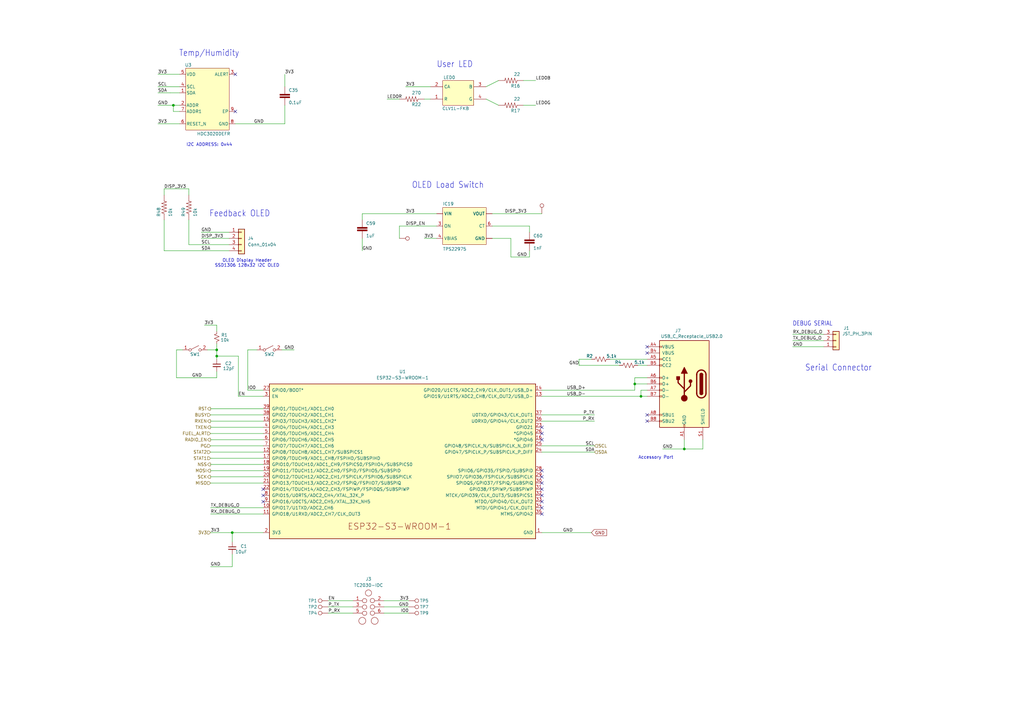
<source format=kicad_sch>
(kicad_sch (version 20250114) (generator "eeschema") (generator_version "9.0")
  (paper "A3")
  (title_block (title "Loriques") (date "2025-07-11") (rev "A"))
  (lib_symbols
    (symbol "Connector:TestPoint" (pin_numbers (hide yes)) (pin_names (offset 0.762) (hide yes))
      (property "Reference" "TP" (at 0 6.858 0))
      (property "Value" "TestPoint" (at 0 5.08 0))
      (symbol "TestPoint_0_1"
        (circle (center 0 3.302) (radius 0.762))
      )
      (symbol "TestPoint_1_1"
        (pin passive line (at 0 0 90) (length 2.54) (name "1") (number "1"))
      )
    )
    (symbol "Connector_Generic:Conn_01x03" (pin_names (offset 1.016) (hide yes))
      (property "Reference" "J" (at 0 5.08 0))
      (property "Value" "Conn_01x03" (at 0 -5.08 0))
      (symbol "Conn_01x03_1_1"
        (rectangle (start -1.27 3.81) (end 1.27 -3.81) (stroke (width 0.254)) (fill (type background)))
        (rectangle (start -1.27 2.667) (end 0 2.413) (stroke (width 0.1524)))
        (rectangle (start -1.27 0.127) (end 0 -0.127) (stroke (width 0.1524)))
        (rectangle (start -1.27 -2.413) (end 0 -2.667) (stroke (width 0.1524)))
        (pin passive line (at -5.08 2.54 0) (length 3.81) (name "Pin_1") (number "1"))
        (pin passive line (at -5.08 0 0) (length 3.81) (name "Pin_2") (number "2"))
        (pin passive line (at -5.08 -2.54 0) (length 3.81) (name "Pin_3") (number "3"))
      )
    )
    (symbol "Connector_Generic:Conn_01x04" (pin_names (offset 1.016) (hide yes))
      (property "Reference" "J" (at 0 5.08 0))
      (property "Value" "Conn_01x04" (at 0 -7.62 0))
      (symbol "Conn_01x04_1_1"
        (rectangle (start -1.27 3.81) (end 1.27 -6.35) (stroke (width 0.254)) (fill (type background)))
        (rectangle (start -1.27 2.667) (end 0 2.413) (stroke (width 0.1524)))
        (rectangle (start -1.27 0.127) (end 0 -0.127) (stroke (width 0.1524)))
        (rectangle (start -1.27 -2.413) (end 0 -2.667) (stroke (width 0.1524)))
        (rectangle (start -1.27 -4.953) (end 0 -5.207) (stroke (width 0.1524)))
        (pin passive line (at -5.08 2.54 0) (length 3.81) (name "Pin_1") (number "1"))
        (pin passive line (at -5.08 0 0) (length 3.81) (name "Pin_2") (number "2"))
        (pin passive line (at -5.08 -2.54 0) (length 3.81) (name "Pin_3") (number "3"))
        (pin passive line (at -5.08 -5.08 0) (length 3.81) (name "Pin_4") (number "4"))
      )
    )
    (symbol "Device:C_Small" (pin_numbers (hide yes)) (pin_names (offset 0.254) (hide yes))
      (property "Reference" "C" (at 0.254 1.778 0))
      (property "Value" "C_Small" (at 0.254 -2.032 0))
      (symbol "C_Small_0_1"
        (polyline (pts (xy -1.524 0.508) (xy 1.524 0.508)) (stroke (width 0.3048)))
        (polyline (pts (xy -1.524 -0.508) (xy 1.524 -0.508)) (stroke (width 0.3302)))
      )
      (symbol "C_Small_1_1"
        (pin passive line (at 0 2.54 270) (length 2.032) (name "~") (number "1"))
        (pin passive line (at 0 -2.54 90) (length 2.032) (name "~") (number "2"))
      )
    )
    (symbol "Device:R_Small_US" (pin_numbers (hide yes)) (pin_names (offset 0.254) (hide yes))
      (property "Reference" "R" (at 0.762 0.508 0))
      (property "Value" "R_Small_US" (at 0.762 -1.016 0))
      (symbol "R_Small_US_1_1"
        (polyline (pts (xy 0 1.524) (xy 1.016 1.143) (xy 0 0.762) (xy -1.016 0.381) (xy 0 0)))
        (polyline (pts (xy 0 0) (xy 1.016 -0.381) (xy 0 -0.762) (xy -1.016 -1.143) (xy 0 -1.524)))
        (pin passive line (at 0 2.54 270) (length 1.016) (name "~") (number "1"))
        (pin passive line (at 0 -2.54 90) (length 1.016) (name "~") (number "2"))
      )
    )
    (symbol "Device:R_US" (pin_numbers (hide yes)) (pin_names (offset 0))
      (property "Reference" "R" (at 2.54 0 90))
      (property "Value" "R_US" (at -2.54 0 90))
      (symbol "R_US_0_1"
        (polyline (pts (xy 0 2.286) (xy 0 2.54)))
        (polyline (pts (xy 0 2.286) (xy 1.016 1.905) (xy 0 1.524) (xy -1.016 1.143) (xy 0 0.762)))
        (polyline (pts (xy 0 0.762) (xy 1.016 0.381) (xy 0 0) (xy -1.016 -0.381) (xy 0 -0.762)))
        (polyline (pts (xy 0 -0.762) (xy 1.016 -1.143) (xy 0 -1.524) (xy -1.016 -1.905) (xy 0 -2.286)))
        (polyline (pts (xy 0 -2.286) (xy 0 -2.54)))
      )
      (symbol "R_US_1_1"
        (pin passive line (at 0 3.81 270) (length 1.27) (name "~") (number "1"))
        (pin passive line (at 0 -3.81 90) (length 1.27) (name "~") (number "2"))
      )
    )
    (symbol "Loriques:CAP0402"
      (property "Reference" "C" (at 1.524 2.921 0))
      (symbol "CAP0402_1_0"
        (rectangle (start -2.032 1.524) (end 2.032 2.032) (fill (type outline)))
        (rectangle (start -2.032 0.508) (end 2.032 1.016) (fill (type outline)))
        (polyline (pts (xy 0 2.54) (xy 0 2.032)) (stroke (width 0.1524)))
        (polyline (pts (xy 0 0) (xy 0 0.508)) (stroke (width 0.1524)))
        (pin passive line (at 0 5.08 270) (length 2.54) (name "1") (number "1"))
        (pin passive line (at 0 -2.54 90) (length 2.54) (name "2") (number "2"))
      )
    )
    (symbol "Loriques:CLV1L-FKB"
      (property "Reference" "LED" (at -5.334 5.588 0))
      (symbol "CLV1L-FKB_1_0"
        (pin bidirectional line (at -10.16 2.54 0) (length 5.08) (name "CA") (number "2"))
        (pin bidirectional line (at -10.16 -2.54 0) (length 5.08) (name "R") (number "1"))
        (pin bidirectional line (at 12.7 2.54 180) (length 5.08) (name "B") (number "3"))
        (pin bidirectional line (at 12.7 -2.54 180) (length 5.08) (name "G") (number "4"))
      )
      (symbol "CLV1L-FKB_1_1"
        (rectangle (start -5.08 5.08) (end 7.62 -5.08) (fill (type background)))
      )
    )
    (symbol "Loriques:HDC3020DEFR" (pin_names (offset 0.254))
      (property "Reference" "U" (at -8.255 14.224 0))
      (property "Value" "HDC3020DEFR" (at 8.89 -14.224 0))
      (symbol "HDC3020DEFR_0_1"
        (pin power_in line (at -11.43 10.16 0) (length 2.54) (name "VDD") (number "5"))
        (pin input line (at -11.43 5.08 0) (length 2.54) (name "SCL") (number "4"))
        (pin bidirectional line (at -11.43 2.54 0) (length 2.54) (name "SDA") (number "1"))
        (pin input line (at -11.43 -2.54 0) (length 2.54) (name "ADDR") (number "2"))
        (pin input line (at -11.43 -5.08 0) (length 2.54) (name "ADDR1") (number "7"))
        (pin input line (at -11.43 -10.16 0) (length 2.54) (name "RESET_N") (number "6"))
        (pin input line (at 11.43 10.16 180) (length 2.54) (name "ALERT") (number "3"))
        (pin unspecified line (at 11.43 -5.08 180) (length 2.54) (name "EP") (number "9"))
        (pin power_in line (at 11.43 -10.16 180) (length 2.54) (name "GND") (number "8"))
      )
      (symbol "HDC3020DEFR_1_1"
        (rectangle (start -8.89 12.7) (end 8.89 -12.7) (fill (type background)))
      )
    )
    (symbol "Loriques:RESISTOR0402-RES"
      (property "Reference" "R" (at -3.81 1.4986 0))
      (symbol "RESISTOR0402-RES_1_0"
        (polyline (pts (xy -2.54 0) (xy -2.159 1.016)) (stroke (width 0.1524)))
        (polyline (pts (xy -2.159 1.016) (xy -1.524 -1.016)) (stroke (width 0.1524)))
        (polyline (pts (xy -1.524 -1.016) (xy -0.889 1.016)) (stroke (width 0.1524)))
        (polyline (pts (xy -0.889 1.016) (xy -0.254 -1.016)) (stroke (width 0.1524)))
        (polyline (pts (xy -0.254 -1.016) (xy 0.381 1.016)) (stroke (width 0.1524)))
        (polyline (pts (xy 0.381 1.016) (xy 1.016 -1.016)) (stroke (width 0.1524)))
        (polyline (pts (xy 1.016 -1.016) (xy 1.651 1.016)) (stroke (width 0.1524)))
        (polyline (pts (xy 1.651 1.016) (xy 2.286 -1.016)) (stroke (width 0.1524)))
        (polyline (pts (xy 2.286 -1.016) (xy 2.54 0)) (stroke (width 0.1524)))
        (pin passive line (at -5.08 0 0) (length 2.54) (name "1") (number "1"))
        (pin passive line (at 5.08 0 180) (length 2.54) (name "2") (number "2"))
      )
    )
    (symbol "Loriques:TPS22975"
      (property "Reference" "IC" (at -7.62 8.382 0))
      (symbol "TPS22975_1_0"
        (pin bidirectional line (at -10.16 5.08 0) (length 2.54) (name "VIN") (number "1"))
        (pin bidirectional line (at -10.16 5.08 0) (length 2.54) (name "VIN") (number "2"))
        (pin bidirectional line (at -10.16 0 0) (length 2.54) (name "ON") (number "3"))
        (pin bidirectional line (at -10.16 -5.08 0) (length 2.54) (name "VBIAS") (number "4"))
        (pin bidirectional line (at 12.7 5.08 180) (length 2.54) (name "VOUT") (number "7"))
        (pin bidirectional line (at 12.7 5.08 180) (length 2.54) (name "VOUT") (number "8"))
        (pin bidirectional line (at 12.7 0 180) (length 2.54) (name "CT") (number "6"))
        (pin bidirectional line (at 12.7 -5.08 180) (length 2.54) (name "GND") (number "5"))
        (pin bidirectional line (at 12.7 -5.08 180) (length 2.54) (name "GND") (number "PP"))
      )
      (symbol "TPS22975_1_1"
        (rectangle (start -7.62 7.62) (end 10.16 -7.62) (fill (type background)))
      )
    )
    (symbol "Switch:SW_SPST" (pin_names (offset 0) (hide yes))
      (property "Reference" "SW" (at 0 3.175 0))
      (property "Value" "SW_SPST" (at 0 -2.54 0))
      (symbol "SW_SPST_0_0"
        (circle (center -2.032 0) (radius 0.508))
        (polyline (pts (xy -1.524 0.254) (xy 1.524 1.778)))
        (circle (center 2.032 0) (radius 0.508))
      )
      (symbol "SW_SPST_1_1"
        (pin passive line (at -5.08 0 0) (length 2.54) (name "A") (number "1"))
        (pin passive line (at 5.08 0 180) (length 2.54) (name "B") (number "2"))
      )
    )
    (symbol "bitaxe:ESP32-S3-WROOM-1" (pin_names (offset 1.016))
      (property "Reference" "U12" (at -50.8 34.925 0))
      (property "Value" "ESP32-S3-WROOM-1" (at 45.72 34.925 0))
      (symbol "ESP32-S3-WROOM-1_0_0"
        (rectangle (start -53.34 33.02) (end 55.88 -30.48) (stroke (width 0.254)) (fill (type background)))
        (text "ESP32-S3-WROOM-1" (at 0 -25.4 0) (effects (font (size 2.54 2.54))))
        (pin bidirectional line (at -55.88 30.48 0) (length 2.54) (name "GPIO0/BOOT*") (number "27"))
        (pin input line (at -55.88 27.94 0) (length 2.54) (name "EN") (number "3"))
        (pin bidirectional line (at -55.88 22.86 0) (length 2.54) (name "GPIO1/TOUCH1/ADC1_CH0") (number "39"))
        (pin bidirectional line (at -55.88 20.32 0) (length 2.54) (name "GPIO2/TOUCH2/ADC1_CH1") (number "38"))
        (pin bidirectional line (at -55.88 17.78 0) (length 2.54) (name "GPIO3/TOUCH3/ADC1_CH2*") (number "15"))
        (pin bidirectional line (at -55.88 15.24 0) (length 2.54) (name "GPIO4/TOUCH4/ADC1_CH3") (number "4"))
        (pin bidirectional line (at -55.88 12.7 0) (length 2.54) (name "GPIO5/TOUCH5/ADC1_CH4") (number "5"))
        (pin bidirectional line (at -55.88 10.16 0) (length 2.54) (name "GPIO6/TOUCH6/ADC1_CH5") (number "6"))
        (pin bidirectional line (at -55.88 7.62 0) (length 2.54) (name "GPIO7/TOUCH7/ADC1_CH6") (number "7"))
        (pin bidirectional line (at -55.88 5.08 0) (length 2.54) (name "GPIO8/TOUCH8/ADC1_CH7/SUBSPICS1") (number "12"))
        (pin bidirectional line (at -55.88 2.54 0) (length 2.54) (name "GPIO9/TOUCH9/ADC1_CH8/FSPIHD/SUBSPIHD") (number "17"))
        (pin bidirectional line (at -55.88 0 0) (length 2.54) (name "GPIO10/TOUCH10/ADC1_CH9/FSPICS0/FSPIIO4/SUBSPICS0") (number "18"))
        (pin bidirectional line (at -55.88 -2.54 0) (length 2.54) (name "GPIO11/TOUCH11/ADC2_CH0/FSPID/FSPIIO5/SUBSPID") (number "19"))
        (pin bidirectional line (at -55.88 -5.08 0) (length 2.54) (name "GPIO12/TOUCH12/ADC2_CH1/FSPICLK/FSPIIO6/SUBSPICLK") (number "20"))
        (pin bidirectional line (at -55.88 -7.62 0) (length 2.54) (name "GPIO13/TOUCH13/ADC2_CH2/FSPIQ/FSPIIO7/SUBSPIQ") (number "21"))
        (pin bidirectional line (at -55.88 -10.16 0) (length 2.54) (name "GPIO14/TOUCH14/ADC2_CH3/FSPIWP/FSPIDQS/SUBSPIWP") (number "22"))
        (pin bidirectional line (at -55.88 -12.7 0) (length 2.54) (name "GPIO15/U0RTS/ADC2_CH4/XTAL_32K_P") (number "8"))
        (pin bidirectional line (at -55.88 -15.24 0) (length 2.54) (name "GPIO16/U0CTS/ADC2_CH5/XTAL_32K_NH5") (number "9"))
        (pin bidirectional line (at -55.88 -17.78 0) (length 2.54) (name "GPIO17/U1TXD/ADC2_CH6") (number "10"))
        (pin bidirectional line (at -55.88 -20.32 0) (length 2.54) (name "GPIO18/U1RXD/ADC2_CH7/CLK_OUT3") (number "11"))
        (pin power_in line (at -55.88 -27.94 0) (length 2.54) (name "3V3") (number "2"))
        (pin bidirectional line (at 58.42 30.48 180) (length 2.54) (name "GPIO20/U1CTS/ADC2_CH9/CLK_OUT1/USB_D+") (number "14"))
        (pin bidirectional line (at 58.42 27.94 180) (length 2.54) (name "GPIO19/U1RTS/ADC2_CH8/CLK_OUT2/USB_D-") (number "13"))
        (pin bidirectional line (at 58.42 20.32 180) (length 2.54) (name "U0TXD/GPIO43/CLK_OUT1") (number "37"))
        (pin bidirectional line (at 58.42 17.78 180) (length 2.54) (name "U0RXD/GPIO44/CLK_OUT2") (number "36"))
        (pin bidirectional line (at 58.42 15.24 180) (length 2.54) (name "GPIO21") (number "23"))
        (pin bidirectional line (at 58.42 12.7 180) (length 2.54) (name "*GPIO45") (number "26"))
        (pin bidirectional line (at 58.42 10.16 180) (length 2.54) (name "*GPIO46") (number "16"))
        (pin bidirectional line (at 58.42 7.62 180) (length 2.54) (name "GPIO48/SPICLK_N/SUBSPICLK_N_DIFF") (number "25"))
        (pin bidirectional line (at 58.42 5.08 180) (length 2.54) (name "GPIO47/SPICLK_P/SUBSPICLK_P_DIFF") (number "24"))
        (pin bidirectional line (at 58.42 -2.54 180) (length 2.54) (name "SPIIO6/GPIO35/FSPID/SUBSPID") (number "28"))
        (pin bidirectional line (at 58.42 -5.08 180) (length 2.54) (name "SPIIO7/GPIO36/FSPICLK/SUBSPICLK") (number "29"))
        (pin bidirectional line (at 58.42 -7.62 180) (length 2.54) (name "SPIDQS/GPIO37/FSPIQ/SUBSPIQ") (number "30"))
        (pin bidirectional line (at 58.42 -10.16 180) (length 2.54) (name "GPIO38/FSPIWP/SUBSPIWP") (number "31"))
        (pin bidirectional line (at 58.42 -12.7 180) (length 2.54) (name "MTCK/GPIO39/CLK_OUT3/SUBSPICS1") (number "32"))
        (pin bidirectional line (at 58.42 -15.24 180) (length 2.54) (name "MTDO/GPIO40/CLK_OUT2") (number "33"))
        (pin bidirectional line (at 58.42 -17.78 180) (length 2.54) (name "MTDI/GPIO41/CLK_OUT1") (number "34"))
        (pin bidirectional line (at 58.42 -20.32 180) (length 2.54) (name "MTMS/GPIO42") (number "35"))
        (pin power_in line (at 58.42 -27.94 180) (length 2.54) (name "GND") (number "1"))
        (pin passive line (at 58.42 -27.94 180) (length 2.54) (hide yes) (name "GND") (number "40"))
        (pin passive line (at 58.42 -27.94 180) (length 2.54) (hide yes) (name "GND") (number "41"))
      )
    )
    (symbol "bitaxe:TC2030-IDC-NL" (pin_names (offset 1.016) (hide yes))
      (property "Reference" "J5" (at 0 12.7 0))
      (property "Value" "TC2030-IDC" (at 0 10.16 0))
      (symbol "TC2030-IDC-NL_0_1"
        (circle (center -2.54 -5.715) (radius 1.4224))
        (circle (center -1.6002 2.54) (radius 0.889))
        (circle (center 0 5.715) (radius 1.27))
      )
      (symbol "TC2030-IDC-NL_1_1"
        (circle (center -1.6002 -0.0508) (radius 0.889))
        (circle (center -1.6002 -2.5908) (radius 0.889))
        (circle (center 1.6002 2.5908) (radius 0.889))
        (circle (center 1.6002 0) (radius 0.889))
        (circle (center 1.6002 -2.54) (radius 0.889))
        (circle (center 2.54 -5.715) (radius 1.4224))
        (pin passive line (at -6.35 2.54 0) (length 3.81) (name "Pin_1") (number "1"))
        (pin passive line (at -6.35 0 0) (length 3.81) (name "Pin_3") (number "3"))
        (pin passive line (at -6.35 -2.54 0) (length 3.81) (name "Pin_5") (number "5"))
        (pin passive line (at 6.35 2.54 180) (length 3.81) (name "Pin_2") (number "2"))
        (pin passive line (at 6.35 0 180) (length 3.81) (name "Pin_4") (number "4"))
        (pin passive line (at 6.35 -2.54 180) (length 3.81) (name "Pin_6") (number "6"))
      )
    )
    (symbol "bitaxe:USB_C_Receptacle_USB2.0" (pin_names (offset 1.016))
      (property "Reference" "J" (at -10.16 19.05 0))
      (property "Value" "USB_C_Receptacle_USB2.0" (at 19.05 19.05 0))
      (symbol "USB_C_Receptacle_USB2.0_0_0"
        (rectangle (start -0.254 -17.78) (end 0.254 -16.764))
        (rectangle (start 10.16 15.494) (end 9.144 14.986))
        (rectangle (start 10.16 10.414) (end 9.144 9.906))
        (rectangle (start 10.16 7.874) (end 9.144 7.366))
        (rectangle (start 10.16 2.794) (end 9.144 2.286))
        (rectangle (start 10.16 0.254) (end 9.144 -0.254))
        (rectangle (start 10.16 -2.286) (end 9.144 -2.794))
        (rectangle (start 10.16 -4.826) (end 9.144 -5.334))
        (rectangle (start 10.16 -12.446) (end 9.144 -12.954))
        (rectangle (start 10.16 -14.986) (end 9.144 -15.494))
      )
      (symbol "USB_C_Receptacle_USB2.0_0_1"
        (rectangle (start -10.16 17.78) (end 10.16 -17.78) (stroke (width 0.254)) (fill (type background)))
        (polyline (pts (xy -8.89 -3.81) (xy -8.89 3.81)) (stroke (width 0.508)))
        (rectangle (start -7.62 -3.81) (end -6.35 3.81) (stroke (width 0.254)) (fill (type outline)))
        (arc (start -7.62 3.81) (mid -6.985 4.4423) (end -6.35 3.81) (stroke (width 0.254)))
        (arc (start -7.62 3.81) (mid -6.985 4.4423) (end -6.35 3.81) (stroke (width 0.254)) (fill (type outline)))
        (arc (start -8.89 3.81) (mid -6.985 5.7067) (end -5.08 3.81) (stroke (width 0.508)))
        (arc (start -5.08 -3.81) (mid -6.985 -5.7067) (end -8.89 -3.81) (stroke (width 0.508)))
        (arc (start -6.35 -3.81) (mid -6.985 -4.4423) (end -7.62 -3.81) (stroke (width 0.254)))
        (arc (start -6.35 -3.81) (mid -6.985 -4.4423) (end -7.62 -3.81) (stroke (width 0.254)) (fill (type outline)))
        (polyline (pts (xy -5.08 3.81) (xy -5.08 -3.81)) (stroke (width 0.508)))
        (circle (center -2.54 1.143) (radius 0.635) (stroke (width 0.254)) (fill (type outline)))
        (polyline (pts (xy -1.27 4.318) (xy 0 6.858) (xy 1.27 4.318) (xy -1.27 4.318)) (stroke (width 0.254)) (fill (type outline)))
        (polyline (pts (xy 0 -2.032) (xy 2.54 0.508) (xy 2.54 1.778)) (stroke (width 0.508)))
        (polyline (pts (xy 0 -3.302) (xy -2.54 -0.762) (xy -2.54 0.508)) (stroke (width 0.508)))
        (polyline (pts (xy 0 -5.842) (xy 0 4.318)) (stroke (width 0.508)))
        (circle (center 0 -5.842) (radius 1.27) (fill (type outline)))
        (rectangle (start 1.905 1.778) (end 3.175 3.048) (stroke (width 0.254)) (fill (type outline)))
      )
      (symbol "USB_C_Receptacle_USB2.0_1_1"
        (pin passive line (at -7.62 -22.86 90) (length 5.08) (name "SHIELD") (number "S1"))
        (pin passive line (at 0 -22.86 90) (length 5.08) (name "GND") (number "A1"))
        (pin passive line (at 0 -22.86 90) (length 5.08) (hide yes) (name "GND") (number "B1"))
        (pin passive line (at 15.24 15.24 180) (length 5.08) (name "VBUS") (number "A4"))
        (pin passive line (at 15.24 12.7 180) (length 5.08) (name "VBUS") (number "B4"))
        (pin bidirectional line (at 15.24 10.16 180) (length 5.08) (name "CC1") (number "A5"))
        (pin bidirectional line (at 15.24 7.62 180) (length 5.08) (name "CC2") (number "B5"))
        (pin bidirectional line (at 15.24 2.54 180) (length 5.08) (name "D+") (number "A6"))
        (pin bidirectional line (at 15.24 0 180) (length 5.08) (name "D+") (number "B6"))
        (pin bidirectional line (at 15.24 -2.54 180) (length 5.08) (name "D-") (number "A7"))
        (pin bidirectional line (at 15.24 -5.08 180) (length 5.08) (name "D-") (number "B7"))
        (pin bidirectional line (at 15.24 -12.7 180) (length 5.08) (name "SBU1") (number "A8"))
        (pin bidirectional line (at 15.24 -15.24 180) (length 5.08) (name "SBU2") (number "B8"))
      )
    )
  )
  (text "Temp/Humidity" (at 73.406 23.368 0) (effects (font (size 2.54 2.159)) (justify left bottom)))
  (text "Accessory Port" (at 268.986 187.706 0) (effects (font (size 1.27 1.27))))
  (text "Feedback OLED" (at 85.852 89.154 0) (effects (font (size 2.54 2.159)) (justify left bottom)))
  (text "Serial Connector" (at 330.2 152.4 0) (effects (font (size 2.54 2.159)) (justify left bottom)))
  (text "OLED Load Switch" (at 168.91 77.47 0) (effects (font (size 2.54 2.159)) (justify left bottom)))
  (text "OLED Display Header\nSSD1306 128x32 I2C OLED" (at 101.346 107.95 0) (effects (font (size 1.27 1.27))))
  (text "DEBUG SERIAL" (at 325.12 133.858 0) (effects (font (size 1.778 1.5113)) (justify left bottom)))
  (text "User LED\n" (at 179.07 27.94 0) (effects (font (size 2.54 2.159)) (justify left bottom)))
  (text "I2C ADDRESS: 0x44" (at 85.852 59.436 0) (effects (font (size 1.27 1.27))))
  (junction (at 260.35 157.48))
  (junction (at 262.89 162.56))
  (junction (at 88.9 143.51))
  (junction (at 95.25 218.44))
  (junction (at 280.67 184.15))
  (junction (at 71.12 43.18))
  (junction (at 88.9 146.05))
  (no_connect (at 222.25 180.34))
  (no_connect (at 222.25 200.66))
  (no_connect (at 222.25 175.26))
  (no_connect (at 265.43 172.72))
  (no_connect (at 222.25 208.28))
  (no_connect (at 107.95 203.2))
  (no_connect (at 96.52 30.48))
  (no_connect (at 96.52 45.72))
  (no_connect (at 222.25 177.8))
  (no_connect (at 107.95 205.74))
  (no_connect (at 265.43 170.18))
  (no_connect (at 222.25 193.04))
  (no_connect (at 222.25 195.58))
  (no_connect (at 107.95 200.66))
  (no_connect (at 265.43 142.24))
  (no_connect (at 222.25 203.2))
  (no_connect (at 222.25 210.82))
  (no_connect (at 265.43 144.78))
  (no_connect (at 222.25 198.12))
  (no_connect (at 222.25 205.74))
  (wire (pts (xy 95.25 227.33) (xy 95.25 232.41)))
  (wire (pts (xy 88.9 143.51) (xy 88.9 146.05)))
  (wire (pts (xy 222.25 160.02) (xy 260.35 160.02)))
  (wire (pts (xy 82.55 97.79) (xy 93.98 97.79)))
  (wire (pts (xy 262.89 160.02) (xy 262.89 162.56)))
  (wire (pts (xy 88.9 140.97) (xy 88.9 143.51)))
  (wire (pts (xy 148.59 87.63) (xy 148.59 90.17)) (stroke (width 0.1524)))
  (wire (pts (xy 222.25 172.72) (xy 243.84 172.72)))
  (wire (pts (xy 97.79 146.05) (xy 88.9 146.05)))
  (wire (pts (xy 86.36 185.42) (xy 107.95 185.42)))
  (wire (pts (xy 88.9 154.94) (xy 88.9 152.4)))
  (wire (pts (xy 222.25 182.88) (xy 243.84 182.88)))
  (wire (pts (xy 204.47 33.02) (xy 199.39 35.56)) (stroke (width 0.1524)))
  (wire (pts (xy 95.25 218.44) (xy 107.95 218.44)))
  (wire (pts (xy 71.12 43.18) (xy 73.66 43.18)))
  (wire (pts (xy 237.49 147.32) (xy 242.57 147.32)))
  (wire (pts (xy 116.84 30.48) (xy 116.84 35.56)))
  (wire (pts (xy 69.85 38.1) (xy 64.77 38.1)) (stroke (width 0.1524)))
  (wire (pts (xy 337.82 142.24) (xy 325.12 142.24)) (stroke (width 0.1524)))
  (wire (pts (xy 262.89 162.56) (xy 265.43 162.56)))
  (wire (pts (xy 77.47 77.47) (xy 67.31 77.47)) (stroke (width 0.1524)))
  (wire (pts (xy 69.85 38.1) (xy 73.66 38.1)))
  (wire (pts (xy 179.07 92.71) (xy 163.83 92.71)) (stroke (width 0.1524)))
  (wire (pts (xy 74.93 143.51) (xy 72.39 143.51)))
  (wire (pts (xy 280.67 180.34) (xy 280.67 184.15)))
  (wire (pts (xy 271.78 184.15) (xy 280.67 184.15)))
  (wire (pts (xy 116.84 43.18) (xy 116.84 50.8)))
  (wire (pts (xy 254 149.86) (xy 237.49 149.86)))
  (wire (pts (xy 260.35 157.48) (xy 265.43 157.48)))
  (wire (pts (xy 261.62 149.86) (xy 265.43 149.86)))
  (wire (pts (xy 217.17 105.41) (xy 209.55 105.41)) (stroke (width 0.1524)))
  (wire (pts (xy 163.83 92.71) (xy 163.83 97.79)) (stroke (width 0.1524)))
  (wire (pts (xy 71.12 45.72) (xy 71.12 43.18)))
  (wire (pts (xy 217.17 102.87) (xy 217.17 105.41)) (stroke (width 0.1524)))
  (wire (pts (xy 86.36 193.04) (xy 107.95 193.04)))
  (wire (pts (xy 64.77 43.18) (xy 71.12 43.18)))
  (wire (pts (xy 222.25 170.18) (xy 243.84 170.18)))
  (wire (pts (xy 97.79 162.56) (xy 107.95 162.56)))
  (wire (pts (xy 67.31 102.87) (xy 93.98 102.87)))
  (wire (pts (xy 265.43 154.94) (xy 260.35 154.94)))
  (wire (pts (xy 77.47 80.01) (xy 77.47 77.47)) (stroke (width 0.1524)))
  (wire (pts (xy 260.35 157.48) (xy 260.35 160.02)))
  (wire (pts (xy 86.36 182.88) (xy 107.95 182.88)))
  (wire (pts (xy 222.25 162.56) (xy 262.89 162.56)))
  (wire (pts (xy 260.35 154.94) (xy 260.35 157.48)))
  (wire (pts (xy 214.63 33.02) (xy 219.71 33.02)) (stroke (width 0.1524)))
  (wire (pts (xy 67.31 77.47) (xy 67.31 80.01)) (stroke (width 0.1524)))
  (wire (pts (xy 86.36 195.58) (xy 107.95 195.58)))
  (wire (pts (xy 101.6 143.51) (xy 105.41 143.51)))
  (wire (pts (xy 86.36 167.64) (xy 107.95 167.64)))
  (wire (pts (xy 237.49 149.86) (xy 237.49 147.32)))
  (wire (pts (xy 217.17 95.25) (xy 217.17 92.71)) (stroke (width 0.1524)))
  (wire (pts (xy 134.62 251.46) (xy 144.78 251.46)))
  (wire (pts (xy 222.25 218.44) (xy 242.57 218.44)))
  (wire (pts (xy 101.6 160.02) (xy 101.6 143.51)))
  (wire (pts (xy 280.67 184.15) (xy 288.29 184.15)))
  (wire (pts (xy 64.77 50.8) (xy 73.66 50.8)))
  (wire (pts (xy 95.25 218.44) (xy 95.25 222.25)))
  (wire (pts (xy 86.36 210.82) (xy 107.95 210.82)))
  (wire (pts (xy 83.82 133.35) (xy 88.9 133.35)))
  (wire (pts (xy 115.57 143.51) (xy 120.65 143.51)))
  (wire (pts (xy 214.63 43.18) (xy 219.71 43.18)) (stroke (width 0.1524)))
  (wire (pts (xy 67.31 90.17) (xy 67.31 102.87)))
  (wire (pts (xy 209.55 105.41) (xy 209.55 97.79)) (stroke (width 0.1524)))
  (wire (pts (xy 148.59 97.79) (xy 148.59 102.87)) (stroke (width 0.1524)))
  (wire (pts (xy 167.64 251.46) (xy 157.48 251.46)))
  (wire (pts (xy 86.36 218.44) (xy 95.25 218.44)))
  (wire (pts (xy 96.52 50.8) (xy 116.84 50.8)))
  (wire (pts (xy 64.77 30.48) (xy 73.66 30.48)))
  (wire (pts (xy 86.36 170.18) (xy 107.95 170.18)))
  (wire (pts (xy 288.29 180.34) (xy 288.29 184.15)))
  (wire (pts (xy 77.47 90.17) (xy 77.47 100.33)))
  (wire (pts (xy 88.9 135.89) (xy 88.9 133.35)))
  (wire (pts (xy 97.79 162.56) (xy 97.79 146.05)))
  (wire (pts (xy 163.83 40.64) (xy 158.75 40.64)) (stroke (width 0.1524)))
  (wire (pts (xy 86.36 172.72) (xy 107.95 172.72)))
  (wire (pts (xy 86.36 187.96) (xy 107.95 187.96)))
  (wire (pts (xy 173.99 40.64) (xy 176.53 40.64)) (stroke (width 0.1524)))
  (wire (pts (xy 134.62 246.38) (xy 144.78 246.38)))
  (wire (pts (xy 86.36 208.28) (xy 107.95 208.28)))
  (wire (pts (xy 222.25 185.42) (xy 243.84 185.42)))
  (wire (pts (xy 179.07 97.79) (xy 173.99 97.79)) (stroke (width 0.1524)))
  (wire (pts (xy 86.36 190.5) (xy 107.95 190.5)))
  (wire (pts (xy 222.25 87.63) (xy 201.93 87.63)) (stroke (width 0.1524)))
  (wire (pts (xy 88.9 146.05) (xy 88.9 147.32)))
  (wire (pts (xy 217.17 92.71) (xy 201.93 92.71)) (stroke (width 0.1524)))
  (wire (pts (xy 325.12 137.16) (xy 337.82 137.16)) (stroke (width 0.1524)))
  (wire (pts (xy 72.39 154.94) (xy 88.9 154.94)))
  (wire (pts (xy 77.47 100.33) (xy 93.98 100.33)))
  (wire (pts (xy 82.55 95.25) (xy 93.98 95.25)))
  (wire (pts (xy 86.36 198.12) (xy 107.95 198.12)))
  (wire (pts (xy 86.36 180.34) (xy 107.95 180.34)))
  (wire (pts (xy 167.64 248.92) (xy 157.48 248.92)))
  (wire (pts (xy 107.95 160.02) (xy 101.6 160.02)))
  (wire (pts (xy 176.53 35.56) (xy 166.37 35.56)) (stroke (width 0.1524)))
  (wire (pts (xy 337.82 139.7) (xy 325.12 139.7)) (stroke (width 0.1524)))
  (wire (pts (xy 69.85 35.56) (xy 64.77 35.56)) (stroke (width 0.1524)))
  (wire (pts (xy 86.36 232.41) (xy 95.25 232.41)))
  (wire (pts (xy 201.93 97.79) (xy 209.55 97.79)) (stroke (width 0.1524)))
  (wire (pts (xy 73.66 45.72) (xy 71.12 45.72)))
  (wire (pts (xy 86.36 177.8) (xy 107.95 177.8)))
  (wire (pts (xy 167.64 246.38) (xy 157.48 246.38)))
  (wire (pts (xy 69.85 35.56) (xy 73.66 35.56)))
  (wire (pts (xy 250.19 147.32) (xy 265.43 147.32)))
  (wire (pts (xy 265.43 160.02) (xy 262.89 160.02)))
  (wire (pts (xy 134.62 248.92) (xy 144.78 248.92)))
  (wire (pts (xy 179.07 87.63) (xy 148.59 87.63)) (stroke (width 0.1524)))
  (wire (pts (xy 86.36 175.26) (xy 107.95 175.26)))
  (wire (pts (xy 85.09 143.51) (xy 88.9 143.51)))
  (wire (pts (xy 199.39 40.64) (xy 204.47 43.18)) (stroke (width 0.1524)))
  (wire (pts (xy 72.39 143.51) (xy 72.39 154.94)))
  (label "DISP_3V3" (at 207.01 87.63 0))
  (label "SCL" (at 82.55 100.33 0))
  (label "3V3" (at 86.36 218.44 0))
  (label "EN" (at 97.79 162.56 0))
  (label "3V3" (at 167.64 246.38 180))
  (label "3V3" (at 116.84 30.48 0))
  (label "GND" (at 104.14 50.8 0))
  (label "SDA" (at 243.84 185.42 180))
  (label "3V3" (at 64.77 50.8 0))
  (label "3V3" (at 166.37 87.63 0))
  (label "GND" (at 86.36 232.41 0))
  (label "GND" (at 234.95 218.44 180))
  (label "3V3" (at 166.37 35.56 0))
  (label "GND" (at 325.12 142.24 0))
  (label "SDA" (at 64.77 38.1 0))
  (label "GND" (at 167.64 248.92 180))
  (label "P_RX" (at 243.84 172.72 180))
  (label "GND" (at 120.65 143.51 180))
  (label "IO0" (at 101.6 160.02 0))
  (label "RX_DEBUG_O" (at 325.12 137.16 0))
  (label "SCL" (at 243.84 182.88 180))
  (label "GND" (at 271.78 184.15 0))
  (label "GND" (at 78.74 154.94 0))
  (label "P_TX" (at 243.84 170.18 180))
  (label "EN" (at 134.62 246.38 0))
  (label "3V3" (at 173.99 97.79 0))
  (label "SCL" (at 64.77 35.56 0))
  (label "3V3" (at 64.77 30.48 0))
  (label "IO0" (at 167.64 251.46 180))
  (label "P_TX" (at 134.62 248.92 0))
  (label "SDA" (at 82.55 102.87 0))
  (label "DISP_EN" (at 166.37 92.71 0))
  (label "LED0B" (at 219.71 33.02 0))
  (label "USB_D+" (at 232.41 160.02 0))
  (label "P_RX" (at 134.62 251.46 0))
  (label "GND" (at 64.77 43.18 0))
  (label "LED0R" (at 158.75 40.64 0))
  (label "RX_DEBUG_O" (at 86.36 210.82 0))
  (label "GND" (at 82.55 95.25 0))
  (label "DISP_3V3" (at 67.31 77.47 0))
  (label "USB_D-" (at 232.41 162.56 0))
  (label "TX_DEBUG_O" (at 325.12 139.7 0))
  (label "GND" (at 212.09 105.41 0))
  (label "TX_DEBUG_O" (at 86.36 208.28 0))
  (label "GND" (at 148.59 102.87 0))
  (label "3V3" (at 83.82 133.35 0))
  (label "DISP_3V3" (at 82.55 97.79 0))
  (label "LED0G" (at 219.71 43.18 0))
  (label "GND" (at 237.49 149.86 180))
  (global_label "GND" (shape input) (at 242.57 218.44 0) (property "Intersheetrefs" "${INTERSHEET_REFS}" (effects (hide yes))))
  (hierarchical_label "SCL" (shape input) (at 243.84 182.88 0))
  (hierarchical_label "3V3" (shape input) (at 86.36 218.44 180))
  (hierarchical_label "SCK" (shape output) (at 86.36 195.58 180))
  (hierarchical_label "STAT2" (shape input) (at 86.36 185.42 180))
  (hierarchical_label "MOSI" (shape output) (at 86.36 193.04 180))
  (hierarchical_label "RST" (shape output) (at 86.36 167.64 180))
  (hierarchical_label "RADIO_EN" (shape output) (at 86.36 180.34 180))
  (hierarchical_label "SDA" (shape input) (at 243.84 185.42 0))
  (hierarchical_label "TXEN" (shape output) (at 86.36 175.26 180))
  (hierarchical_label "PG" (shape input) (at 86.36 182.88 180))
  (hierarchical_label "NSS" (shape output) (at 86.36 190.5 180))
  (hierarchical_label "STAT1" (shape input) (at 86.36 187.96 180))
  (hierarchical_label "BUSY" (shape input) (at 86.36 170.18 180))
  (hierarchical_label "RXEN" (shape output) (at 86.36 172.72 180))
  (hierarchical_label "MISO" (shape input) (at 86.36 198.12 180))
  (hierarchical_label "FUEL_ALRT" (shape input) (at 86.36 177.8 180))
  (symbol (lib_id "Connector:TestPoint") (at 134.62 246.38 90) (mirror x) (unit 1)
    (property "Reference" "TP1" (at 128.27 246.38 90))
    (property "Value" "TestPoint" (effects (hide yes)))
    (property "Footprint" "TestPoint:TestPoint_Pad_D1.5mm" (effects (hide yes)))
    (property "Description" "test point" (effects (hide yes)))
  )
  (symbol (lib_id "Switch:SW_SPST") (at 110.49 143.51 0) (unit 1)
    (property "Reference" "SW2" (at 110.49 145.288 0))
    (property "Value" "SWITCH-SPST" (effects (hide yes)))
    (property "Footprint" "Loriques:SW_CS1213AGF260_CRS" (effects (hide yes)))
    (property "Description" "Single Pole Single Throw (SPST) switch" (effects (hide yes)))
    (property "PARTNO" "CS1213AGF260" (effects (hide yes)))
    (property "DK" "2449-CS1213AGF260CT-ND" (effects (hide yes)))
  )
  (symbol (lib_id "bitaxe:TC2030-IDC-NL") (at 151.13 248.92 0) (unit 1) (in_bom no)
    (property "Reference" "J3" (at 151.13 237.49 0))
    (property "Value" "TC2030-IDC" (at 151.13 240.03 0))
    (property "Footprint" "Connector:Tag-Connect_TC2030-IDC-NL_2x03_P1.27mm_Vertical" (effects (hide yes)))
  )
  (symbol (lib_id "Loriques:RESISTOR0402-RES") (at 168.91 40.64 180) (unit 1)
    (property "Reference" "R22" (at 172.72 42.1386 0) (effects (justify left bottom)))
    (property "Value" "270" (at 172.72 37.338 0) (effects (justify left bottom)))
    (property "Footprint" "Resistor_SMD:R_0402_1005Metric" (effects (hide yes)))
    (property "Description" "Resistor Basic schematic elements and footprints for 0603, 1206, and PTH resistors." (effects (hide yes)))
    (property "DK" "A129620CT-ND" (effects (hide yes)))
    (property "PARTNO" "CRGCQ0402F270R" (effects (hide yes)))
  )
  (symbol (lib_id "Loriques:CLV1L-FKB") (at 186.69 38.1 0) (unit 1)
    (property "Reference" "LED0" (at 181.864 32.512 0) (effects (justify left bottom)))
    (property "Value" "CLV1L-FKB" (at 181.356 45.212 0) (effects (justify left bottom)))
    (property "Footprint" "Loriques:PLCC140P350X320X210-4" (effects (hide yes)))
    (property "Description" "Red, Green, Blue (RGB) 622nm Red, 529nm Green, 469nm Blue LED Indication - Discrete 2V Red, 3.2V Green, 3.2V Blue 4-LCC (J-Lead)" (effects (hide yes)))
    (property "DATASHEET" "https://www.cree.com/led-components/media/documents/ds-CLV1A-FKB.pdf" (effects (hide yes)))
    (property "DK" "CLV1A-FKB-CK1VW1DE1BB7C3C3CT-ND" (effects (hide yes)))
    (property "PARTNO" "CLV1A-FKB-CK1VW1DE1BB7C3C3" (effects (hide yes)))
  )
  (symbol (lib_id "Connector:TestPoint") (at 167.64 251.46 270) (mirror x) (unit 1)
    (property "Reference" "TP9" (at 173.99 251.46 90))
    (property "Value" "TestPoint" (effects (hide yes)))
    (property "Footprint" "TestPoint:TestPoint_Pad_D1.5mm" (effects (hide yes)))
    (property "Description" "test point" (effects (hide yes)))
  )
  (symbol (lib_id "Loriques:CAP0402") (at 217.17 100.33 0) (unit 1)
    (property "Reference" "C60" (at 218.694 97.409 0) (effects (justify left bottom)))
    (property "Value" "1nF" (at 218.694 102.489 0) (effects (justify left bottom)))
    (property "Footprint" "Capacitor_SMD:C_0402_1005Metric" (effects (hide yes)))
    (property "Description" "Capacitor Standard 0603 ceramic capacitor, and 0.1\" leaded capacitor." (effects (hide yes)))
    (property "DK" "311-1712-1-ND" (effects (hide yes)))
    (property "PARTNO" "CC0402KRX7R8BB102" (effects (hide yes)))
  )
  (symbol (lib_id "Connector:TestPoint") (at 222.25 87.63 0) (unit 1)
    (property "Reference" "S_3V1" (effects (hide yes)))
    (property "Value" "TEST-POINT3X5" (effects (hide yes)))
    (property "Footprint" "TestPoint:TestPoint_Pad_D1.5mm" (effects (hide yes)))
    (property "Description" "test point" (effects (hide yes)))
  )
  (symbol (lib_id "bitaxe:USB_C_Receptacle_USB2.0") (at 280.67 157.48 0) (mirror y) (unit 1)
    (property "Reference" "J7" (at 276.86 135.636 0) (effects (justify right)))
    (property "Value" "USB_C_Receptacle_USB2.0" (at 271.018 137.922 0) (effects (justify right)))
    (property "Footprint" "Loriques:USB_C_Receptacle_GCT_USB4105-xx-A" (effects (hide yes)))
    (property "Datasheet" "https://www.usb.org/sites/default/files/documents/usb_type-c.zip" (effects (hide yes)))
    (property "Description" "USB 2.0-only Type-C Receptacle connector" (effects (hide yes)))
    (property "DK" "2073-USB4105-GF-ACT-ND" (effects (hide yes)))
    (property "PARTNO" "USB4105-GF-A" (effects (hide yes)))
  )
  (symbol (lib_id "Device:R_US") (at 257.81 149.86 90) (unit 1)
    (property "Reference" "R4" (at 253.492 148.59 90))
    (property "Value" "5.1k" (at 262.255 148.59 90))
    (property "Footprint" "Resistor_SMD:R_0402_1005Metric" (effects (hide yes)))
    (property "Description" "Resistor, US symbol" (effects (hide yes)))
    (property "DK" "RMCF0402JT5K10CT-ND" (effects (hide yes)))
    (property "PARTNO" "RMCF0402JT5K10" (effects (hide yes)))
    (property "LCSC" "C25905" (effects (hide yes)))
  )
  (symbol (lib_id "Connector:TestPoint") (at 134.62 248.92 90) (mirror x) (unit 1)
    (property "Reference" "TP2" (at 128.27 248.92 90))
    (property "Value" "TestPoint" (effects (hide yes)))
    (property "Footprint" "TestPoint:TestPoint_Pad_D1.5mm" (effects (hide yes)))
    (property "Description" "test point" (effects (hide yes)))
  )
  (symbol (lib_id "Device:C_Small") (at 95.25 224.79 0) (unit 1)
    (property "Reference" "C1" (at 101.346 224.028 0) (effects (justify right)))
    (property "Value" "10uF" (at 101.346 226.314 0) (effects (justify right)))
    (property "Footprint" "Capacitor_SMD:C_0603_1608Metric" (effects (hide yes)))
    (property "Description" "Unpolarized capacitor, small symbol" (effects (hide yes)))
    (property "PARTNO" "GRM188R61E106KA73D" (effects (hide yes)))
    (property "DK" "490-18214-1-ND" (effects (hide yes)))
    (property "Voltage" "25V" (effects (hide yes)))
  )
  (symbol (lib_id "Device:R_Small_US") (at 88.9 138.43 0) (mirror x) (unit 1)
    (property "Reference" "R1" (at 90.678 137.414 0) (effects (justify left)))
    (property "Value" "10k" (at 90.424 139.446 0) (effects (justify left)))
    (property "Footprint" "Resistor_SMD:R_0402_1005Metric" (effects (hide yes)))
    (property "Description" "Resistor, small US symbol" (effects (hide yes)))
    (property "PARTNO" "RC0402JR-0710KL" (effects (hide yes)))
    (property "DK" "311-10KJRCT-ND" (effects (hide yes)))
  )
  (symbol (lib_id "Loriques:RESISTOR0402-RES") (at 67.31 85.09 90) (unit 1)
    (property "Reference" "R48" (at 65.8114 88.9 0) (effects (justify left bottom)))
    (property "Value" "10k" (at 70.612 88.9 0) (effects (justify left bottom)))
    (property "Footprint" "Resistor_SMD:R_0402_1005Metric" (effects (hide yes)))
    (property "Description" "Resistor Basic schematic elements and footprints for 0603, 1206, and PTH resistors." (effects (hide yes)))
  )
  (symbol (lib_id "bitaxe:ESP32-S3-WROOM-1") (at 163.83 190.5 0) (unit 1)
    (property "Reference" "U1" (at 165.1 152.4 0))
    (property "Value" "ESP32-S3-WROOM-1" (at 165.1 154.94 0))
    (property "Footprint" "Loriques:ESP32-S3-WROOM-1" (effects (hide yes)))
    (property "Datasheet" "https://www.espressif.com/sites/default/files/documentation/esp32-s3-wroom-1_wroom-1u_datasheet_en.pdf" (effects (hide yes)))
    (property "Description" "2.4 GHz WiFi (802.11 b/g/n) and Bluetooth ® 5 (LE) module Built around ESP32S3 series of SoCs, Xtensa ® dualcore 32bit LX7 microprocessor Flash up to 16 MB, PSRAM up to 8 MB 36 GPIOs, rich set of peripherals Onboard PCB antenna" (effects (hide yes)))
    (property "DK" "1965-ESP32-S3-WROOM-1-N16R8CT-ND" (effects (hide yes)))
    (property "PARTNO" "ESP32-S3-WROOM-1-N16R8" (effects (hide yes)))
  )
  (symbol (lib_id "Switch:SW_SPST") (at 80.01 143.51 0) (unit 1)
    (property "Reference" "SW1" (at 80.01 145.288 0))
    (property "Value" "SWITCH-SPST" (effects (hide yes)))
    (property "Footprint" "Loriques:SW_CS1213AGF260_CRS" (effects (hide yes)))
    (property "Description" "Single Pole Single Throw (SPST) switch" (effects (hide yes)))
    (property "PARTNO" "CS1213AGF260" (effects (hide yes)))
    (property "DK" "2449-CS1213AGF260CT-ND" (effects (hide yes)))
    (property "LCSC" "C5578986" (effects (hide yes)))
  )
  (symbol (lib_id "Loriques:TPS22975") (at 189.23 92.71 0) (unit 1)
    (property "Reference" "IC19" (at 181.61 84.328 0) (effects (justify left bottom)))
    (property "Value" "TPS22975" (at 181.61 102.87 0) (effects (justify left bottom)))
    (property "Footprint" "Loriques:WSON8" (effects (hide yes)))
    (property "Description" "TPS22975\nLOAD SWITCH N-CH 6A 8WSON" (effects (hide yes)))
  )
  (symbol (lib_id "Loriques:RESISTOR0402-RES") (at 209.55 43.18 180) (unit 1)
    (property "Reference" "R17" (at 213.36 44.6786 0) (effects (justify left bottom)))
    (property "Value" "22" (at 213.36 39.878 0) (effects (justify left bottom)))
    (property "Footprint" "Resistor_SMD:R_0402_1005Metric" (effects (hide yes)))
    (property "Description" "Resistor Basic schematic elements and footprints for 0603, 1206, and PTH resistors." (effects (hide yes)))
    (property "DK" "A130038CT-ND" (effects (hide yes)))
    (property "PARTNO" "CRGCQ0402J22R" (effects (hide yes)))
  )
  (symbol (lib_id "Device:R_US") (at 246.38 147.32 90) (unit 1)
    (property "Reference" "R2" (at 241.808 146.05 90))
    (property "Value" "5.1k" (at 250.825 146.05 90))
    (property "Footprint" "Resistor_SMD:R_0402_1005Metric" (effects (hide yes)))
    (property "Description" "Resistor, US symbol" (effects (hide yes)))
    (property "DK" "RMCF0402JT5K10CT-ND" (effects (hide yes)))
    (property "PARTNO" "RMCF0402JT5K10" (effects (hide yes)))
    (property "LCSC" "C25905" (effects (hide yes)))
  )
  (symbol (lib_id "Connector_Generic:Conn_01x04") (at 99.06 97.79 0) (unit 1)
    (property "Reference" "J4" (at 101.6 97.7899 0) (effects (justify left)))
    (property "Value" "Conn_01x04" (at 101.6 100.3299 0) (effects (justify left)))
    (property "Footprint" "Loriques:PinHeader_1x04_P2.54mm_Vertical_shifted" (effects (hide yes)))
    (property "Description" "Generic connector, single row, 01x04, script generated (kicad-library-utils/schlib/autogen/connector/)" (effects (hide yes)))
  )
  (symbol (lib_id "Loriques:RESISTOR0402-RES") (at 77.47 85.09 90) (unit 1)
    (property "Reference" "R49" (at 75.9714 88.9 0) (effects (justify left bottom)))
    (property "Value" "10k" (at 80.772 88.9 0) (effects (justify left bottom)))
    (property "Footprint" "Resistor_SMD:R_0402_1005Metric" (effects (hide yes)))
    (property "Description" "Resistor Basic schematic elements and footprints for 0603, 1206, and PTH resistors." (effects (hide yes)))
  )
  (symbol (lib_id "Loriques:CAP0402") (at 116.84 40.64 0) (unit 1)
    (property "Reference" "C35" (at 118.364 37.719 0) (effects (justify left bottom)))
    (property "Value" "0.1uF" (at 118.364 42.799 0) (effects (justify left bottom)))
    (property "Footprint" "Capacitor_SMD:C_0402_1005Metric" (effects (hide yes)))
    (property "Description" "Capacitor Standard 0603 ceramic capacitor, and 0.1\" leaded capacitor." (effects (hide yes)))
    (property "DK" "1276-1001-1-ND" (effects (hide yes)))
    (property "PARTNO" "CL05B104KO5NNNC" (effects (hide yes)))
  )
  (symbol (lib_id "Loriques:HDC3020DEFR") (at 85.09 40.64 0) (unit 1)
    (property "Reference" "U3" (at 77.216 26.67 0))
    (property "Value" "HDC3020DEFR" (at 87.63 54.864 0))
    (property "Footprint" "Loriques:DEF0008A-IPC_A" (effects (hide yes)))
    (property "Datasheet" "https://www.ti.com/lit/gpn/hdc3020" (effects (hide yes)))
    (property "Description" "https://www.ti.com/lit/ds/symlink/hdc3020.pdf" (effects (hide yes)))
    (property "DK" "296-HDC3020DEFRCT-ND" (effects (hide yes)))
    (property "PARTNO" "HDC3020DEFR" (effects (hide yes)))
  )
  (symbol (lib_id "Connector:TestPoint") (at 167.64 248.92 270) (mirror x) (unit 1)
    (property "Reference" "TP7" (at 173.99 248.92 90))
    (property "Value" "TestPoint" (effects (hide yes)))
    (property "Footprint" "TestPoint:TestPoint_Pad_D1.5mm" (effects (hide yes)))
    (property "Description" "test point" (effects (hide yes)))
  )
  (symbol (lib_id "Connector:TestPoint") (at 163.83 97.79 270) (unit 1)
    (property "Reference" "TP3" (effects (hide yes)))
    (property "Value" "TEST-POINT3X5" (effects (hide yes)))
    (property "Footprint" "TestPoint:TestPoint_Pad_D1.5mm" (effects (hide yes)))
    (property "Description" "test point" (effects (hide yes)))
  )
  (symbol (lib_id "Connector_Generic:Conn_01x03") (at 342.9 139.7 0) (mirror x) (unit 1)
    (property "Reference" "J1" (at 345.948 133.858 0) (effects (justify left bottom)))
    (property "Value" "JST_PH_3PIN" (at 345.44 136.144 0) (effects (justify left bottom)))
    (property "Footprint" "Loriques:JST-PH-3-SMT" (effects (hide yes)))
    (property "Description" "Generic connector, single row, 01x03, script generated (kicad-library-utils/schlib/autogen/connector/)" (effects (hide yes)))
    (property "PARTNO" "B3B-PH-SM4-TB" (effects (hide yes)))
    (property "DK" "455-B3B-PH-SM4-TBCT-ND" (effects (hide yes)))
  )
  (symbol (lib_id "Loriques:CAP0402") (at 148.59 95.25 0) (unit 1)
    (property "Reference" "C59" (at 150.114 92.329 0) (effects (justify left bottom)))
    (property "Value" "1uF" (at 150.114 97.409 0) (effects (justify left bottom)))
    (property "Footprint" "Capacitor_SMD:C_0402_1005Metric" (effects (hide yes)))
    (property "Description" "Capacitor Standard 0603 ceramic capacitor, and 0.1\" leaded capacitor." (effects (hide yes)))
    (property "DK" "490-12263-1-ND" (effects (hide yes)))
    (property "PARTNO" "GRT155R61E105KE01D" (effects (hide yes)))
  )
  (symbol (lib_id "Device:C_Small") (at 88.9 149.86 0) (unit 1)
    (property "Reference" "C2" (at 94.996 149.098 0) (effects (justify right)))
    (property "Value" "12pF" (at 96.266 151.13 0) (effects (justify right)))
    (property "Footprint" "Capacitor_SMD:C_0402_1005Metric" (effects (hide yes)))
    (property "Description" "Unpolarized capacitor, small symbol" (effects (hide yes)))
    (property "DK" "311-1016-1-ND" (effects (hide yes)))
    (property "PARTNO" "CC0402JRNPO9BN120" (effects (hide yes)))
    (property "Voltage" "50V" (effects (hide yes)))
  )
  (symbol (lib_id "Connector:TestPoint") (at 167.64 246.38 270) (mirror x) (unit 1)
    (property "Reference" "TP5" (at 173.99 246.38 90))
    (property "Value" "TestPoint" (effects (hide yes)))
    (property "Footprint" "TestPoint:TestPoint_Pad_D1.5mm" (effects (hide yes)))
    (property "Description" "test point" (effects (hide yes)))
  )
  (symbol (lib_id "Connector:TestPoint") (at 134.62 251.46 90) (mirror x) (unit 1)
    (property "Reference" "TP4" (at 128.27 251.46 90))
    (property "Value" "TestPoint" (effects (hide yes)))
    (property "Footprint" "TestPoint:TestPoint_Pad_D1.5mm" (effects (hide yes)))
    (property "Description" "test point" (effects (hide yes)))
  )
  (symbol (lib_id "Loriques:RESISTOR0402-RES") (at 209.55 33.02 180) (unit 1)
    (property "Reference" "R16" (at 213.36 34.5186 0) (effects (justify left bottom)))
    (property "Value" "22" (at 213.36 29.718 0) (effects (justify left bottom)))
    (property "Footprint" "Resistor_SMD:R_0402_1005Metric" (effects (hide yes)))
    (property "Description" "Resistor Basic schematic elements and footprints for 0603, 1206, and PTH resistors." (effects (hide yes)))
    (property "DK" "A130038CT-ND" (effects (hide yes)))
    (property "PARTNO" "CRGCQ0402J22R" (effects (hide yes)))
  )
)
</source>
